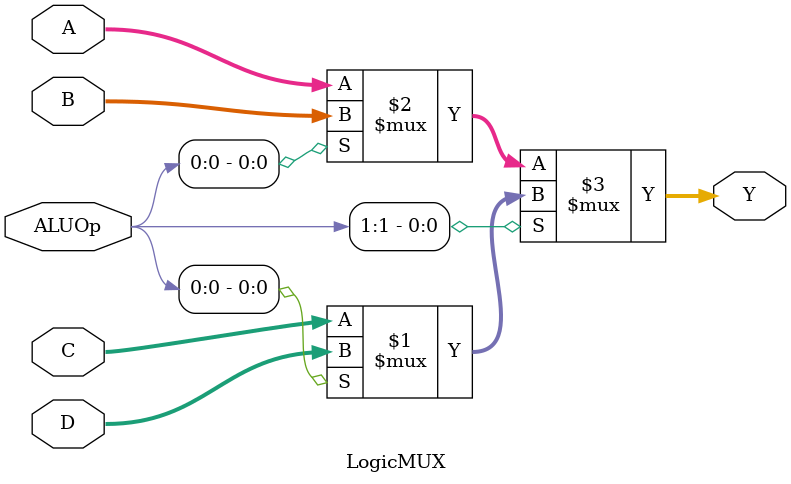
<source format=v>
`timescale 1ns / 1ps
module LogicMUX(input [31:0] A, B, C, D,
					 input [1:0] ALUOp,
					 output [31:0] Y
    );
	assign Y = ALUOp[1] ? (ALUOp[0] ? D : C)
							  : (ALUOp[0] ? B : A);

endmodule

</source>
